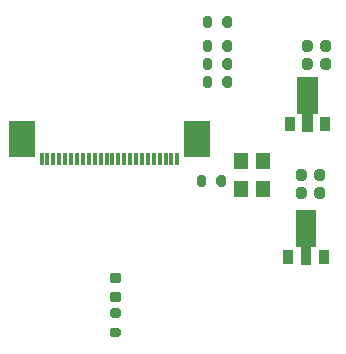
<source format=gbr>
%TF.GenerationSoftware,KiCad,Pcbnew,(5.1.8)-1*%
%TF.CreationDate,2020-12-28T01:33:14+08:00*%
%TF.ProjectId,PModCamera,504d6f64-4361-46d6-9572-612e6b696361,rev?*%
%TF.SameCoordinates,Original*%
%TF.FileFunction,Paste,Top*%
%TF.FilePolarity,Positive*%
%FSLAX46Y46*%
G04 Gerber Fmt 4.6, Leading zero omitted, Abs format (unit mm)*
G04 Created by KiCad (PCBNEW (5.1.8)-1) date 2020-12-28 01:33:14*
%MOMM*%
%LPD*%
G01*
G04 APERTURE LIST*
%ADD10R,2.300000X3.100000*%
%ADD11R,0.300000X1.100000*%
%ADD12C,0.100000*%
%ADD13R,0.900000X1.300000*%
%ADD14R,1.200000X1.400000*%
G04 APERTURE END LIST*
D10*
%TO.C,J1*%
X87830000Y-114966000D03*
X102670000Y-114966000D03*
D11*
X89500000Y-116666000D03*
X90000000Y-116666000D03*
X90500000Y-116666000D03*
X91000000Y-116666000D03*
X91500000Y-116666000D03*
X92000000Y-116666000D03*
X92500000Y-116666000D03*
X93000000Y-116666000D03*
X93500000Y-116666000D03*
X94000000Y-116666000D03*
X94500000Y-116666000D03*
X95000000Y-116666000D03*
X95500000Y-116666000D03*
X96000000Y-116666000D03*
X96500000Y-116666000D03*
X97000000Y-116666000D03*
X97500000Y-116666000D03*
X98000000Y-116666000D03*
X98500000Y-116666000D03*
X99000000Y-116666000D03*
X99500000Y-116666000D03*
X100000000Y-116666000D03*
X100500000Y-116666000D03*
X101000000Y-116666000D03*
%TD*%
D12*
%TO.C,U2*%
G36*
X112753500Y-120978500D02*
G01*
X112753500Y-124103500D01*
X112337000Y-124103500D01*
X112337000Y-125578500D01*
X111437000Y-125578500D01*
X111437000Y-124103500D01*
X111020500Y-124103500D01*
X111020500Y-120978500D01*
X112753500Y-120978500D01*
G37*
D13*
X113387000Y-124928500D03*
X110387000Y-124928500D03*
%TD*%
D12*
%TO.C,U1*%
G36*
X112880500Y-109714000D02*
G01*
X112880500Y-112839000D01*
X112464000Y-112839000D01*
X112464000Y-114314000D01*
X111564000Y-114314000D01*
X111564000Y-112839000D01*
X111147500Y-112839000D01*
X111147500Y-109714000D01*
X112880500Y-109714000D01*
G37*
D13*
X113514000Y-113664000D03*
X110514000Y-113664000D03*
%TD*%
D14*
%TO.C,X1*%
X108265000Y-116783000D03*
X108265000Y-119183000D03*
X106365000Y-119183000D03*
X106365000Y-116783000D03*
%TD*%
%TO.C,R10*%
G36*
G01*
X104311000Y-118766000D02*
X104311000Y-118216000D01*
G75*
G02*
X104511000Y-118016000I200000J0D01*
G01*
X104911000Y-118016000D01*
G75*
G02*
X105111000Y-118216000I0J-200000D01*
G01*
X105111000Y-118766000D01*
G75*
G02*
X104911000Y-118966000I-200000J0D01*
G01*
X104511000Y-118966000D01*
G75*
G02*
X104311000Y-118766000I0J200000D01*
G01*
G37*
G36*
G01*
X102661000Y-118766000D02*
X102661000Y-118216000D01*
G75*
G02*
X102861000Y-118016000I200000J0D01*
G01*
X103261000Y-118016000D01*
G75*
G02*
X103461000Y-118216000I0J-200000D01*
G01*
X103461000Y-118766000D01*
G75*
G02*
X103261000Y-118966000I-200000J0D01*
G01*
X102861000Y-118966000D01*
G75*
G02*
X102661000Y-118766000I0J200000D01*
G01*
G37*
%TD*%
%TO.C,R9*%
G36*
G01*
X96025000Y-130075000D02*
X95475000Y-130075000D01*
G75*
G02*
X95275000Y-129875000I0J200000D01*
G01*
X95275000Y-129475000D01*
G75*
G02*
X95475000Y-129275000I200000J0D01*
G01*
X96025000Y-129275000D01*
G75*
G02*
X96225000Y-129475000I0J-200000D01*
G01*
X96225000Y-129875000D01*
G75*
G02*
X96025000Y-130075000I-200000J0D01*
G01*
G37*
G36*
G01*
X96025000Y-131725000D02*
X95475000Y-131725000D01*
G75*
G02*
X95275000Y-131525000I0J200000D01*
G01*
X95275000Y-131125000D01*
G75*
G02*
X95475000Y-130925000I200000J0D01*
G01*
X96025000Y-130925000D01*
G75*
G02*
X96225000Y-131125000I0J-200000D01*
G01*
X96225000Y-131525000D01*
G75*
G02*
X96025000Y-131725000I-200000J0D01*
G01*
G37*
%TD*%
%TO.C,R4*%
G36*
G01*
X104819000Y-110384000D02*
X104819000Y-109834000D01*
G75*
G02*
X105019000Y-109634000I200000J0D01*
G01*
X105419000Y-109634000D01*
G75*
G02*
X105619000Y-109834000I0J-200000D01*
G01*
X105619000Y-110384000D01*
G75*
G02*
X105419000Y-110584000I-200000J0D01*
G01*
X105019000Y-110584000D01*
G75*
G02*
X104819000Y-110384000I0J200000D01*
G01*
G37*
G36*
G01*
X103169000Y-110384000D02*
X103169000Y-109834000D01*
G75*
G02*
X103369000Y-109634000I200000J0D01*
G01*
X103769000Y-109634000D01*
G75*
G02*
X103969000Y-109834000I0J-200000D01*
G01*
X103969000Y-110384000D01*
G75*
G02*
X103769000Y-110584000I-200000J0D01*
G01*
X103369000Y-110584000D01*
G75*
G02*
X103169000Y-110384000I0J200000D01*
G01*
G37*
%TD*%
%TO.C,R3*%
G36*
G01*
X103969000Y-108310000D02*
X103969000Y-108860000D01*
G75*
G02*
X103769000Y-109060000I-200000J0D01*
G01*
X103369000Y-109060000D01*
G75*
G02*
X103169000Y-108860000I0J200000D01*
G01*
X103169000Y-108310000D01*
G75*
G02*
X103369000Y-108110000I200000J0D01*
G01*
X103769000Y-108110000D01*
G75*
G02*
X103969000Y-108310000I0J-200000D01*
G01*
G37*
G36*
G01*
X105619000Y-108310000D02*
X105619000Y-108860000D01*
G75*
G02*
X105419000Y-109060000I-200000J0D01*
G01*
X105019000Y-109060000D01*
G75*
G02*
X104819000Y-108860000I0J200000D01*
G01*
X104819000Y-108310000D01*
G75*
G02*
X105019000Y-108110000I200000J0D01*
G01*
X105419000Y-108110000D01*
G75*
G02*
X105619000Y-108310000I0J-200000D01*
G01*
G37*
%TD*%
%TO.C,R2*%
G36*
G01*
X103969000Y-106786000D02*
X103969000Y-107336000D01*
G75*
G02*
X103769000Y-107536000I-200000J0D01*
G01*
X103369000Y-107536000D01*
G75*
G02*
X103169000Y-107336000I0J200000D01*
G01*
X103169000Y-106786000D01*
G75*
G02*
X103369000Y-106586000I200000J0D01*
G01*
X103769000Y-106586000D01*
G75*
G02*
X103969000Y-106786000I0J-200000D01*
G01*
G37*
G36*
G01*
X105619000Y-106786000D02*
X105619000Y-107336000D01*
G75*
G02*
X105419000Y-107536000I-200000J0D01*
G01*
X105019000Y-107536000D01*
G75*
G02*
X104819000Y-107336000I0J200000D01*
G01*
X104819000Y-106786000D01*
G75*
G02*
X105019000Y-106586000I200000J0D01*
G01*
X105419000Y-106586000D01*
G75*
G02*
X105619000Y-106786000I0J-200000D01*
G01*
G37*
%TD*%
%TO.C,R1*%
G36*
G01*
X103969000Y-104754000D02*
X103969000Y-105304000D01*
G75*
G02*
X103769000Y-105504000I-200000J0D01*
G01*
X103369000Y-105504000D01*
G75*
G02*
X103169000Y-105304000I0J200000D01*
G01*
X103169000Y-104754000D01*
G75*
G02*
X103369000Y-104554000I200000J0D01*
G01*
X103769000Y-104554000D01*
G75*
G02*
X103969000Y-104754000I0J-200000D01*
G01*
G37*
G36*
G01*
X105619000Y-104754000D02*
X105619000Y-105304000D01*
G75*
G02*
X105419000Y-105504000I-200000J0D01*
G01*
X105019000Y-105504000D01*
G75*
G02*
X104819000Y-105304000I0J200000D01*
G01*
X104819000Y-104754000D01*
G75*
G02*
X105019000Y-104554000I200000J0D01*
G01*
X105419000Y-104554000D01*
G75*
G02*
X105619000Y-104754000I0J-200000D01*
G01*
G37*
%TD*%
%TO.C,D1*%
G36*
G01*
X95501750Y-127858000D02*
X96014250Y-127858000D01*
G75*
G02*
X96233000Y-128076750I0J-218750D01*
G01*
X96233000Y-128514250D01*
G75*
G02*
X96014250Y-128733000I-218750J0D01*
G01*
X95501750Y-128733000D01*
G75*
G02*
X95283000Y-128514250I0J218750D01*
G01*
X95283000Y-128076750D01*
G75*
G02*
X95501750Y-127858000I218750J0D01*
G01*
G37*
G36*
G01*
X95501750Y-126283000D02*
X96014250Y-126283000D01*
G75*
G02*
X96233000Y-126501750I0J-218750D01*
G01*
X96233000Y-126939250D01*
G75*
G02*
X96014250Y-127158000I-218750J0D01*
G01*
X95501750Y-127158000D01*
G75*
G02*
X95283000Y-126939250I0J218750D01*
G01*
X95283000Y-126501750D01*
G75*
G02*
X95501750Y-126283000I218750J0D01*
G01*
G37*
%TD*%
%TO.C,C4*%
G36*
G01*
X112593000Y-119757000D02*
X112593000Y-119257000D01*
G75*
G02*
X112818000Y-119032000I225000J0D01*
G01*
X113268000Y-119032000D01*
G75*
G02*
X113493000Y-119257000I0J-225000D01*
G01*
X113493000Y-119757000D01*
G75*
G02*
X113268000Y-119982000I-225000J0D01*
G01*
X112818000Y-119982000D01*
G75*
G02*
X112593000Y-119757000I0J225000D01*
G01*
G37*
G36*
G01*
X111043000Y-119757000D02*
X111043000Y-119257000D01*
G75*
G02*
X111268000Y-119032000I225000J0D01*
G01*
X111718000Y-119032000D01*
G75*
G02*
X111943000Y-119257000I0J-225000D01*
G01*
X111943000Y-119757000D01*
G75*
G02*
X111718000Y-119982000I-225000J0D01*
G01*
X111268000Y-119982000D01*
G75*
G02*
X111043000Y-119757000I0J225000D01*
G01*
G37*
%TD*%
%TO.C,C3*%
G36*
G01*
X112593000Y-118233000D02*
X112593000Y-117733000D01*
G75*
G02*
X112818000Y-117508000I225000J0D01*
G01*
X113268000Y-117508000D01*
G75*
G02*
X113493000Y-117733000I0J-225000D01*
G01*
X113493000Y-118233000D01*
G75*
G02*
X113268000Y-118458000I-225000J0D01*
G01*
X112818000Y-118458000D01*
G75*
G02*
X112593000Y-118233000I0J225000D01*
G01*
G37*
G36*
G01*
X111043000Y-118233000D02*
X111043000Y-117733000D01*
G75*
G02*
X111268000Y-117508000I225000J0D01*
G01*
X111718000Y-117508000D01*
G75*
G02*
X111943000Y-117733000I0J-225000D01*
G01*
X111943000Y-118233000D01*
G75*
G02*
X111718000Y-118458000I-225000J0D01*
G01*
X111268000Y-118458000D01*
G75*
G02*
X111043000Y-118233000I0J225000D01*
G01*
G37*
%TD*%
%TO.C,C2*%
G36*
G01*
X113101000Y-108835000D02*
X113101000Y-108335000D01*
G75*
G02*
X113326000Y-108110000I225000J0D01*
G01*
X113776000Y-108110000D01*
G75*
G02*
X114001000Y-108335000I0J-225000D01*
G01*
X114001000Y-108835000D01*
G75*
G02*
X113776000Y-109060000I-225000J0D01*
G01*
X113326000Y-109060000D01*
G75*
G02*
X113101000Y-108835000I0J225000D01*
G01*
G37*
G36*
G01*
X111551000Y-108835000D02*
X111551000Y-108335000D01*
G75*
G02*
X111776000Y-108110000I225000J0D01*
G01*
X112226000Y-108110000D01*
G75*
G02*
X112451000Y-108335000I0J-225000D01*
G01*
X112451000Y-108835000D01*
G75*
G02*
X112226000Y-109060000I-225000J0D01*
G01*
X111776000Y-109060000D01*
G75*
G02*
X111551000Y-108835000I0J225000D01*
G01*
G37*
%TD*%
%TO.C,C1*%
G36*
G01*
X113101000Y-107311000D02*
X113101000Y-106811000D01*
G75*
G02*
X113326000Y-106586000I225000J0D01*
G01*
X113776000Y-106586000D01*
G75*
G02*
X114001000Y-106811000I0J-225000D01*
G01*
X114001000Y-107311000D01*
G75*
G02*
X113776000Y-107536000I-225000J0D01*
G01*
X113326000Y-107536000D01*
G75*
G02*
X113101000Y-107311000I0J225000D01*
G01*
G37*
G36*
G01*
X111551000Y-107311000D02*
X111551000Y-106811000D01*
G75*
G02*
X111776000Y-106586000I225000J0D01*
G01*
X112226000Y-106586000D01*
G75*
G02*
X112451000Y-106811000I0J-225000D01*
G01*
X112451000Y-107311000D01*
G75*
G02*
X112226000Y-107536000I-225000J0D01*
G01*
X111776000Y-107536000D01*
G75*
G02*
X111551000Y-107311000I0J225000D01*
G01*
G37*
%TD*%
M02*

</source>
